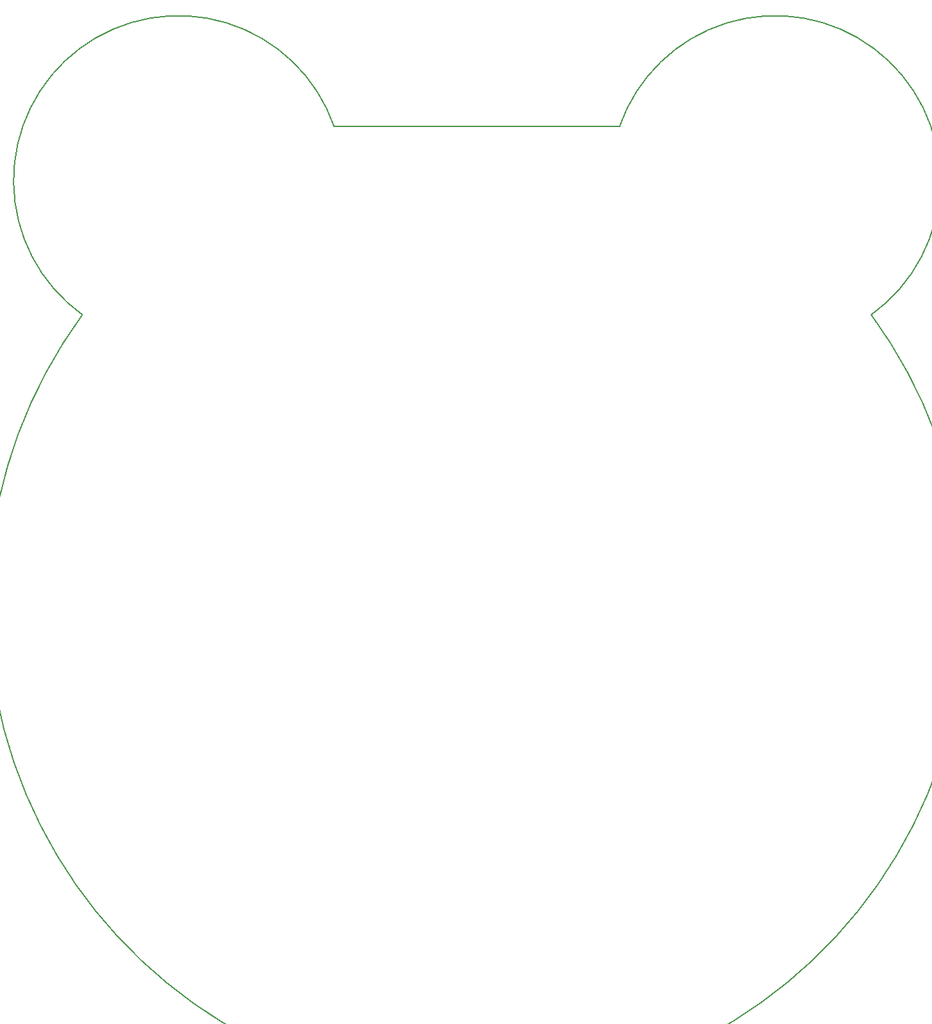
<source format=gm1>
G04 #@! TF.FileFunction,Profile,NP*
%FSLAX46Y46*%
G04 Gerber Fmt 4.6, Leading zero omitted, Abs format (unit mm)*
G04 Created by KiCad (PCBNEW 4.0.6+dfsg1-1) date Tue Apr 17 11:31:54 2018*
%MOMM*%
%LPD*%
G01*
G04 APERTURE LIST*
%ADD10C,0.100000*%
%ADD11C,0.150000*%
G04 APERTURE END LIST*
D10*
D11*
X156240000Y-69830000D02*
X193960000Y-69830000D01*
X193961367Y-69830477D02*
G75*
G02X227200000Y-94700000I20557073J-7171868D01*
G01*
X156238633Y-69830477D02*
G75*
G03X123000000Y-94700000I-20557073J-7171868D01*
G01*
X123000000Y-94700000D02*
G75*
G03X227200000Y-94700000I52100000J-38200000D01*
G01*
M02*

</source>
